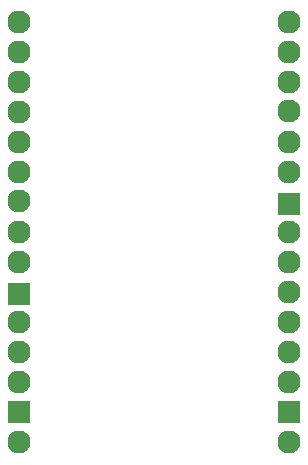
<source format=gbs>
G04*
G04 #@! TF.GenerationSoftware,Altium Limited,Altium Designer,19.0.10 (269)*
G04*
G04 Layer_Color=16711935*
%FSLAX25Y25*%
%MOIN*%
G70*
G01*
G75*
%ADD16C,0.07700*%
%ADD17R,0.07700X0.07700*%
D16*
X43683Y30669D02*
D03*
Y70669D02*
D03*
Y60669D02*
D03*
Y50669D02*
D03*
Y90669D02*
D03*
Y100669D02*
D03*
Y111169D02*
D03*
Y170669D02*
D03*
Y160669D02*
D03*
Y150669D02*
D03*
Y140669D02*
D03*
Y130669D02*
D03*
Y120669D02*
D03*
X133683Y30669D02*
D03*
Y70669D02*
D03*
Y60669D02*
D03*
Y50669D02*
D03*
Y80669D02*
D03*
Y90669D02*
D03*
Y100669D02*
D03*
Y170669D02*
D03*
Y160669D02*
D03*
Y150669D02*
D03*
Y141169D02*
D03*
Y130669D02*
D03*
Y120669D02*
D03*
D17*
X43683Y40669D02*
D03*
Y80169D02*
D03*
X133683Y40669D02*
D03*
Y110169D02*
D03*
M02*

</source>
